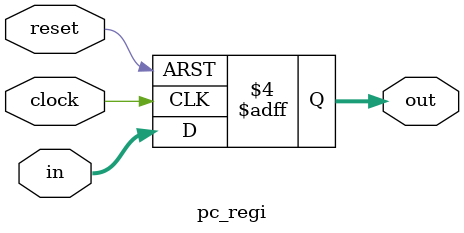
<source format=v>
module pc_regi (
	input clock, 
	input reset, 
	input [15:0] in,
	output reg [15:0] out);
	
	always @(posedge clock or negedge reset) begin
		if (reset == 1'b0) begin
			out <= 16'b0000000000000000;
		end else if (clock == 1'b1) begin
			out <= in;
		end
	end
	
endmodule

</source>
